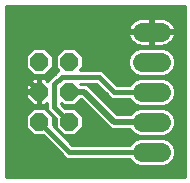
<source format=gbl>
G75*
G70*
%OFA0B0*%
%FSLAX24Y24*%
%IPPOS*%
%LPD*%
%AMOC8*
5,1,8,0,0,1.08239X$1,22.5*
%
%ADD10OC8,0.0600*%
%ADD11C,0.0634*%
%ADD12C,0.0200*%
%ADD13C,0.0100*%
%ADD14C,0.0160*%
D10*
X001411Y002151D03*
X001411Y003151D03*
X001411Y004151D03*
X002411Y004151D03*
X002411Y003151D03*
X002411Y002151D03*
D11*
X004844Y002151D02*
X005478Y002151D01*
X005478Y003151D02*
X004844Y003151D01*
X004844Y004151D02*
X005478Y004151D01*
X005478Y005151D02*
X004844Y005151D01*
X004844Y001151D02*
X005478Y001151D01*
D12*
X005161Y002151D02*
X003911Y002151D01*
X002911Y003151D01*
X002411Y003151D01*
X001411Y003151D02*
X000661Y003901D01*
X000661Y004651D01*
X001161Y005151D01*
X005161Y005151D01*
D13*
X000311Y006001D02*
X000311Y000301D01*
X006261Y000301D01*
X006261Y006001D01*
X000311Y006001D01*
X000311Y005965D02*
X006261Y005965D01*
X006261Y005867D02*
X000311Y005867D01*
X000311Y005768D02*
X006261Y005768D01*
X006261Y005670D02*
X000311Y005670D01*
X000311Y005571D02*
X004640Y005571D01*
X004665Y005584D02*
X004600Y005550D01*
X004540Y005507D01*
X004488Y005455D01*
X004445Y005396D01*
X004412Y005330D01*
X004389Y005261D01*
X004379Y005200D01*
X005113Y005200D01*
X005113Y005618D01*
X004808Y005618D01*
X004735Y005606D01*
X004665Y005584D01*
X004506Y005473D02*
X000311Y005473D01*
X000311Y005374D02*
X004434Y005374D01*
X004394Y005275D02*
X000311Y005275D01*
X000311Y005177D02*
X005113Y005177D01*
X005113Y005200D02*
X005113Y005103D01*
X004379Y005103D01*
X004389Y005042D01*
X004412Y004972D01*
X004445Y004906D01*
X004488Y004847D01*
X004540Y004795D01*
X004600Y004752D01*
X004665Y004719D01*
X004735Y004696D01*
X004808Y004684D01*
X005113Y004684D01*
X005113Y005102D01*
X005210Y005102D01*
X005210Y004684D01*
X005515Y004684D01*
X005587Y004696D01*
X005657Y004719D01*
X005723Y004752D01*
X005782Y004795D01*
X005834Y004847D01*
X005877Y004906D01*
X005911Y004972D01*
X005933Y005042D01*
X005943Y005103D01*
X005210Y005103D01*
X005210Y005200D01*
X005113Y005200D01*
X005113Y005275D02*
X005210Y005275D01*
X005210Y005200D02*
X005210Y005618D01*
X005515Y005618D01*
X005587Y005606D01*
X005657Y005584D01*
X005723Y005550D01*
X005782Y005507D01*
X005834Y005455D01*
X005877Y005396D01*
X005911Y005330D01*
X005933Y005261D01*
X005943Y005200D01*
X005210Y005200D01*
X005210Y005177D02*
X006261Y005177D01*
X006261Y005078D02*
X005939Y005078D01*
X005913Y004980D02*
X006261Y004980D01*
X006261Y004881D02*
X005859Y004881D01*
X005765Y004783D02*
X006261Y004783D01*
X006261Y004684D02*
X000311Y004684D01*
X000311Y004783D02*
X004557Y004783D01*
X004463Y004881D02*
X000311Y004881D01*
X000311Y004980D02*
X004409Y004980D01*
X004383Y005078D02*
X000311Y005078D01*
X000311Y004586D02*
X001209Y004586D01*
X001225Y004601D02*
X000961Y004338D01*
X000961Y003965D01*
X001225Y003701D01*
X001598Y003701D01*
X001861Y003965D01*
X001861Y004338D01*
X001598Y004601D01*
X001225Y004601D01*
X001111Y004487D02*
X000311Y004487D01*
X000311Y004389D02*
X001012Y004389D01*
X000961Y004290D02*
X000311Y004290D01*
X000311Y004191D02*
X000961Y004191D01*
X000961Y004093D02*
X000311Y004093D01*
X000311Y003994D02*
X000961Y003994D01*
X001030Y003896D02*
X000311Y003896D01*
X000311Y003797D02*
X001129Y003797D01*
X001225Y003601D02*
X000961Y003338D01*
X000961Y003191D01*
X001371Y003191D01*
X001371Y003111D01*
X000961Y003111D01*
X000961Y002965D01*
X001225Y002701D01*
X001371Y002701D01*
X001371Y003111D01*
X001451Y003111D01*
X001451Y002701D01*
X001598Y002701D01*
X001681Y002785D01*
X001681Y002556D01*
X001816Y002421D01*
X001961Y002276D01*
X001961Y001965D01*
X002225Y001701D01*
X002598Y001701D01*
X002861Y001965D01*
X002861Y002338D01*
X002598Y002601D01*
X002286Y002601D01*
X002141Y002746D01*
X002141Y002785D01*
X002225Y002701D01*
X002598Y002701D01*
X002798Y002901D01*
X002808Y002901D01*
X003699Y002010D01*
X003770Y001939D01*
X003861Y001901D01*
X004443Y001901D01*
X004449Y001887D01*
X004580Y001755D01*
X004751Y001684D01*
X005571Y001684D01*
X005743Y001755D01*
X005874Y001887D01*
X005945Y002058D01*
X005945Y002244D01*
X005874Y002416D01*
X005743Y002547D01*
X005571Y002618D01*
X004751Y002618D01*
X004580Y002547D01*
X004449Y002416D01*
X004443Y002401D01*
X004015Y002401D01*
X003053Y003363D01*
X002961Y003401D01*
X002861Y003401D01*
X002798Y003401D01*
X002778Y003421D01*
X003316Y003421D01*
X003681Y003056D01*
X003816Y002921D01*
X004434Y002921D01*
X004449Y002887D01*
X004580Y002755D01*
X004751Y002684D01*
X005571Y002684D01*
X005743Y002755D01*
X005874Y002887D01*
X005945Y003058D01*
X005945Y003244D01*
X005874Y003416D01*
X005743Y003547D01*
X005571Y003618D01*
X004751Y003618D01*
X004580Y003547D01*
X004449Y003416D01*
X004434Y003381D01*
X004006Y003381D01*
X003506Y003881D01*
X003316Y003881D01*
X002778Y003881D01*
X002861Y003965D01*
X002861Y004338D01*
X002598Y004601D01*
X002225Y004601D01*
X001961Y004338D01*
X001961Y003965D01*
X002055Y003871D01*
X001931Y003746D01*
X001692Y003507D01*
X001598Y003601D01*
X001451Y003601D01*
X001451Y003191D01*
X001371Y003191D01*
X001371Y003601D01*
X001225Y003601D01*
X001224Y003600D02*
X000311Y003600D01*
X000311Y003502D02*
X001125Y003502D01*
X001027Y003403D02*
X000311Y003403D01*
X000311Y003305D02*
X000961Y003305D01*
X000961Y003206D02*
X000311Y003206D01*
X000311Y003107D02*
X000961Y003107D01*
X000961Y003009D02*
X000311Y003009D01*
X000311Y002910D02*
X001016Y002910D01*
X001114Y002812D02*
X000311Y002812D01*
X000311Y002713D02*
X001213Y002713D01*
X001225Y002601D02*
X000961Y002338D01*
X000961Y001965D01*
X001225Y001701D01*
X001536Y001701D01*
X002181Y001056D01*
X002316Y000921D01*
X004434Y000921D01*
X004449Y000887D01*
X004580Y000755D01*
X004751Y000684D01*
X005571Y000684D01*
X005743Y000755D01*
X005874Y000887D01*
X005945Y001058D01*
X005945Y001244D01*
X005874Y001416D01*
X005743Y001547D01*
X005571Y001618D01*
X004751Y001618D01*
X004580Y001547D01*
X004449Y001416D01*
X004434Y001381D01*
X002506Y001381D01*
X001861Y002026D01*
X001861Y002338D01*
X001598Y002601D01*
X001225Y002601D01*
X001140Y002516D02*
X000311Y002516D01*
X000311Y002418D02*
X001041Y002418D01*
X000961Y002319D02*
X000311Y002319D01*
X000311Y002221D02*
X000961Y002221D01*
X000961Y002122D02*
X000311Y002122D01*
X000311Y002024D02*
X000961Y002024D01*
X001001Y001925D02*
X000311Y001925D01*
X000311Y001826D02*
X001100Y001826D01*
X001198Y001728D02*
X000311Y001728D01*
X000311Y001629D02*
X001608Y001629D01*
X001706Y001531D02*
X000311Y001531D01*
X000311Y001432D02*
X001805Y001432D01*
X001903Y001334D02*
X000311Y001334D01*
X000311Y001235D02*
X002002Y001235D01*
X002101Y001137D02*
X000311Y001137D01*
X000311Y001038D02*
X002199Y001038D01*
X002298Y000940D02*
X000311Y000940D01*
X000311Y000841D02*
X004494Y000841D01*
X004611Y000742D02*
X000311Y000742D01*
X000311Y000644D02*
X006261Y000644D01*
X006261Y000545D02*
X000311Y000545D01*
X000311Y000447D02*
X006261Y000447D01*
X006261Y000348D02*
X000311Y000348D01*
X001963Y001925D02*
X002001Y001925D01*
X002061Y001826D02*
X002100Y001826D01*
X002160Y001728D02*
X002198Y001728D01*
X002258Y001629D02*
X006261Y001629D01*
X006261Y001728D02*
X005676Y001728D01*
X005814Y001826D02*
X006261Y001826D01*
X006261Y001925D02*
X005890Y001925D01*
X005931Y002024D02*
X006261Y002024D01*
X006261Y002122D02*
X005945Y002122D01*
X005945Y002221D02*
X006261Y002221D01*
X006261Y002319D02*
X005914Y002319D01*
X005872Y002418D02*
X006261Y002418D01*
X006261Y002516D02*
X005773Y002516D01*
X005579Y002615D02*
X006261Y002615D01*
X006261Y002713D02*
X005641Y002713D01*
X005799Y002812D02*
X006261Y002812D01*
X006261Y002910D02*
X005884Y002910D01*
X005924Y003009D02*
X006261Y003009D01*
X006261Y003107D02*
X005945Y003107D01*
X005945Y003206D02*
X006261Y003206D01*
X006261Y003305D02*
X005920Y003305D01*
X005879Y003403D02*
X006261Y003403D01*
X006261Y003502D02*
X005788Y003502D01*
X005614Y003600D02*
X006261Y003600D01*
X006261Y003699D02*
X005606Y003699D01*
X005571Y003684D02*
X005743Y003755D01*
X005874Y003887D01*
X005945Y004058D01*
X005945Y004244D01*
X005874Y004416D01*
X005743Y004547D01*
X005571Y004618D01*
X004751Y004618D01*
X004580Y004547D01*
X004449Y004416D01*
X004378Y004244D01*
X004378Y004058D01*
X004449Y003887D01*
X004580Y003755D01*
X004751Y003684D01*
X005571Y003684D01*
X005784Y003797D02*
X006261Y003797D01*
X006261Y003896D02*
X005878Y003896D01*
X005918Y003994D02*
X006261Y003994D01*
X006261Y004093D02*
X005945Y004093D01*
X005945Y004191D02*
X006261Y004191D01*
X006261Y004290D02*
X005926Y004290D01*
X005885Y004389D02*
X006261Y004389D01*
X006261Y004487D02*
X005802Y004487D01*
X005649Y004586D02*
X006261Y004586D01*
X006261Y005275D02*
X005929Y005275D01*
X005889Y005374D02*
X006261Y005374D01*
X006261Y005473D02*
X005817Y005473D01*
X005682Y005571D02*
X006261Y005571D01*
X005210Y005571D02*
X005113Y005571D01*
X005113Y005473D02*
X005210Y005473D01*
X005210Y005374D02*
X005113Y005374D01*
X005113Y005078D02*
X005210Y005078D01*
X005210Y004980D02*
X005113Y004980D01*
X005113Y004881D02*
X005210Y004881D01*
X005210Y004783D02*
X005113Y004783D01*
X004673Y004586D02*
X002613Y004586D01*
X002712Y004487D02*
X004520Y004487D01*
X004437Y004389D02*
X002810Y004389D01*
X002861Y004290D02*
X004397Y004290D01*
X004378Y004191D02*
X002861Y004191D01*
X002861Y004093D02*
X004378Y004093D01*
X004404Y003994D02*
X002861Y003994D01*
X002792Y003896D02*
X004445Y003896D01*
X004538Y003797D02*
X003590Y003797D01*
X003689Y003699D02*
X004717Y003699D01*
X004709Y003600D02*
X003787Y003600D01*
X003886Y003502D02*
X004535Y003502D01*
X004443Y003403D02*
X003985Y003403D01*
X003630Y003107D02*
X003308Y003107D01*
X003407Y003009D02*
X003728Y003009D01*
X003604Y002812D02*
X004524Y002812D01*
X004439Y002910D02*
X003506Y002910D01*
X003703Y002713D02*
X004682Y002713D01*
X004744Y002615D02*
X003801Y002615D01*
X003900Y002516D02*
X004549Y002516D01*
X004451Y002418D02*
X003998Y002418D01*
X003685Y002024D02*
X002861Y002024D01*
X002861Y002122D02*
X003587Y002122D01*
X003488Y002221D02*
X002861Y002221D01*
X002861Y002319D02*
X003390Y002319D01*
X003291Y002418D02*
X002781Y002418D01*
X002683Y002516D02*
X003193Y002516D01*
X003094Y002615D02*
X002273Y002615D01*
X002213Y002713D02*
X002174Y002713D01*
X001819Y002418D02*
X001781Y002418D01*
X001721Y002516D02*
X001683Y002516D01*
X001681Y002615D02*
X000311Y002615D01*
X001371Y002713D02*
X001451Y002713D01*
X001451Y002812D02*
X001371Y002812D01*
X001371Y002910D02*
X001451Y002910D01*
X001451Y003009D02*
X001371Y003009D01*
X001371Y003107D02*
X001451Y003107D01*
X001451Y003206D02*
X001371Y003206D01*
X001371Y003305D02*
X001451Y003305D01*
X001451Y003403D02*
X001371Y003403D01*
X001371Y003502D02*
X001451Y003502D01*
X001451Y003600D02*
X001371Y003600D01*
X001599Y003600D02*
X001785Y003600D01*
X001884Y003699D02*
X000311Y003699D01*
X001613Y004586D02*
X002209Y004586D01*
X002111Y004487D02*
X001712Y004487D01*
X001810Y004389D02*
X002012Y004389D01*
X001961Y004290D02*
X001861Y004290D01*
X001861Y004191D02*
X001961Y004191D01*
X001961Y004093D02*
X001861Y004093D01*
X001861Y003994D02*
X001961Y003994D01*
X002030Y003896D02*
X001792Y003896D01*
X001694Y003797D02*
X001982Y003797D01*
X002796Y003403D02*
X003334Y003403D01*
X003433Y003305D02*
X003111Y003305D01*
X003210Y003206D02*
X003531Y003206D01*
X002996Y002713D02*
X002610Y002713D01*
X002708Y002812D02*
X002897Y002812D01*
X002821Y001925D02*
X003804Y001925D01*
X004509Y001826D02*
X002723Y001826D01*
X002624Y001728D02*
X004646Y001728D01*
X004564Y001531D02*
X002357Y001531D01*
X002455Y001432D02*
X004465Y001432D01*
X005711Y000742D02*
X006261Y000742D01*
X006261Y000841D02*
X005828Y000841D01*
X005896Y000940D02*
X006261Y000940D01*
X006261Y001038D02*
X005937Y001038D01*
X005945Y001137D02*
X006261Y001137D01*
X006261Y001235D02*
X005945Y001235D01*
X005908Y001334D02*
X006261Y001334D01*
X006261Y001432D02*
X005857Y001432D01*
X005759Y001531D02*
X006261Y001531D01*
X001961Y002024D02*
X001864Y002024D01*
X001861Y002122D02*
X001961Y002122D01*
X001961Y002221D02*
X001861Y002221D01*
X001861Y002319D02*
X001918Y002319D01*
X001681Y002713D02*
X001610Y002713D01*
D14*
X001911Y002651D02*
X001911Y003401D01*
X002161Y003651D01*
X003411Y003651D01*
X003911Y003151D01*
X005161Y003151D01*
X005161Y001151D02*
X002411Y001151D01*
X001411Y002151D01*
X001911Y002651D02*
X002411Y002151D01*
M02*

</source>
